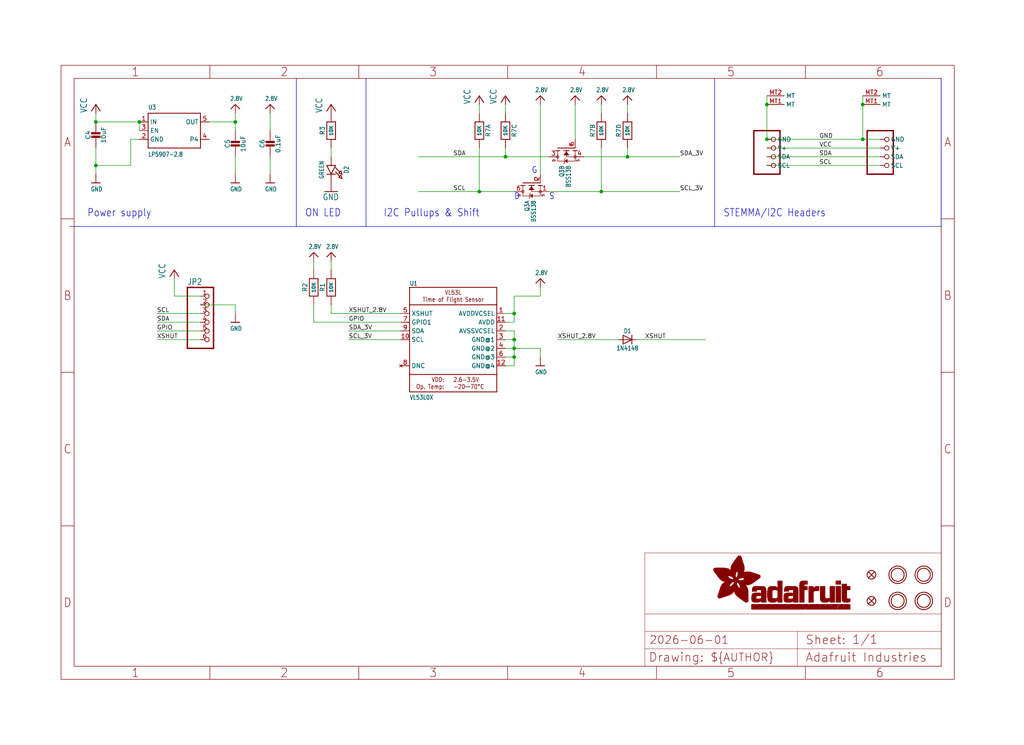
<source format=kicad_sch>
(kicad_sch (version 20230121) (generator eeschema)
  (paper "User" 298.45 217.322)
  (lib_symbols
    (symbol "working-eagle-import:2.8V" (power)
      (property "Value" "2.8V" (at -1.524 1.016 0))
      (symbol "2.8V_1_0"
        (pin power_in line (at 0 -2.54 90) (length 2.54) (name "2.8V") (number "1"))
      )
    )
    (symbol "working-eagle-import:CAP_CERAMIC0603_NO"
      (property "Reference" "C" (at -2.29 1.25 90))
      (symbol "CAP_CERAMIC0603_NO_1_0"
        (pin passive line (at 0 5.08 270) (length 2.54) (name "1") (number "1"))
        (pin passive line (at 0 -2.54 90) (length 2.54) (name "2") (number "2"))
      )
    )
    (symbol "working-eagle-import:CAP_CERAMIC0805-NOOUTLINE"
      (property "Reference" "C" (at -2.29 1.25 90))
      (symbol "CAP_CERAMIC0805-NOOUTLINE_1_0"
        (pin passive line (at 0 5.08 270) (length 2.54) (name "1") (number "1"))
        (pin passive line (at 0 -2.54 90) (length 2.54) (name "2") (number "2"))
      )
    )
    (symbol "working-eagle-import:DIODESOD-323"
      (property "Reference" "D" (at 0 2.54 0))
      (symbol "DIODESOD-323_1_0"
        (pin passive line (at -2.54 0 0) (length 2.54) (name "A") (number "A"))
        (pin passive line (at 2.54 0 180) (length 2.54) (name "C") (number "C"))
      )
    )
    (symbol "working-eagle-import:FIDUCIAL_1MM")
    (symbol "working-eagle-import:FRAME_A4_ADAFRUIT"
      (symbol "FRAME_A4_ADAFRUIT_1_0"
        (text "${#}/${##}" (at 230.505 10.16 0) (effects (font (size 2.54 2.54)) (justify left bottom)))
        (text "${AUTHOR}" (at 189.23 5.08 0) (effects (font (size 2.286 2.286)) (justify left bottom)))
        (text "${CURRENT_DATE}" (at 171.45 10.16 0) (effects (font (size 2.286 2.286)) (justify left bottom)))
        (text "${PROJECTNAME}" (at 171.45 15.24 0) (effects (font (size 2.54 2.54)) (justify left bottom)))
        (text "1" (at 21.6958 1.905 0) (effects (font (size 2.54 2.286))))
        (text "1" (at 21.6958 177.165 0) (effects (font (size 2.54 2.286))))
        (text "2" (at 65.0875 1.905 0) (effects (font (size 2.54 2.286))))
        (text "2" (at 65.0875 177.165 0) (effects (font (size 2.54 2.286))))
        (text "3" (at 108.4792 1.905 0) (effects (font (size 2.54 2.286))))
        (text "3" (at 108.4792 177.165 0) (effects (font (size 2.54 2.286))))
        (text "4" (at 151.8708 1.905 0) (effects (font (size 2.54 2.286))))
        (text "4" (at 151.8708 177.165 0) (effects (font (size 2.54 2.286))))
        (text "5" (at 195.2625 1.905 0) (effects (font (size 2.54 2.286))))
        (text "5" (at 195.2625 177.165 0) (effects (font (size 2.54 2.286))))
        (text "6" (at 238.6542 1.905 0) (effects (font (size 2.54 2.286))))
        (text "6" (at 238.6542 177.165 0) (effects (font (size 2.54 2.286))))
        (text "A" (at 1.905 156.6863 0) (effects (font (size 2.54 2.286))))
        (text "A" (at 258.445 156.6863 0) (effects (font (size 2.54 2.286))))
        (text "Adafruit Industries" (at 216.916 4.953 0) (effects (font (size 2.54 2.54)) (justify left bottom)))
        (text "B" (at 1.905 111.9188 0) (effects (font (size 2.54 2.286))))
        (text "B" (at 258.445 111.9188 0) (effects (font (size 2.54 2.286))))
        (text "C" (at 1.905 67.1513 0) (effects (font (size 2.54 2.286))))
        (text "C" (at 258.445 67.1513 0) (effects (font (size 2.54 2.286))))
        (text "D" (at 1.905 22.3838 0) (effects (font (size 2.54 2.286))))
        (text "D" (at 258.445 22.3838 0) (effects (font (size 2.54 2.286))))
        (text "Drawing:" (at 171.196 4.953 0) (effects (font (size 2.54 2.54)) (justify left bottom)))
        (text "Sheet:" (at 216.916 10.033 0) (effects (font (size 2.54 2.54)) (justify left bottom)))
      )
    )
    (symbol "working-eagle-import:GND" (power)
      (property "Value" "GND" (at -1.524 -2.54 0))
      (symbol "GND_1_0"
        (pin power_in line (at 0 2.54 270) (length 2.54) (name "GND") (number "1"))
      )
    )
    (symbol "working-eagle-import:HEADER-1X670MIL"
      (property "Reference" "JP" (at -6.35 10.795 0))
      (symbol "HEADER-1X670MIL_1_0"
        (pin passive inverted (at -2.54 7.62 0) (length 2.54) (name "1") (number "1"))
        (pin passive inverted (at -2.54 5.08 0) (length 2.54) (name "2") (number "2"))
        (pin passive inverted (at -2.54 2.54 0) (length 2.54) (name "3") (number "3"))
        (pin passive inverted (at -2.54 0 0) (length 2.54) (name "4") (number "4"))
        (pin passive inverted (at -2.54 -2.54 0) (length 2.54) (name "5") (number "5"))
        (pin passive inverted (at -2.54 -5.08 0) (length 2.54) (name "6") (number "6"))
      )
    )
    (symbol "working-eagle-import:LED0603_NOOUTLINE"
      (property "Reference" "D" (at -1.27 4.445 0))
      (symbol "LED0603_NOOUTLINE_1_0"
        (pin passive line (at -5.08 0 0) (length 2.54) (name "A") (number "A"))
        (pin passive line (at 2.54 0 180) (length 2.54) (name "C") (number "C"))
      )
    )
    (symbol "working-eagle-import:MOSFET-N_DUAL"
      (property "Reference" "Q" (at 5.08 0.635 0))
      (symbol "MOSFET-N_DUAL_1_0"
        (text "D" (at 3.175 3.175 0) (effects (font (size 0.8128 0.6908)) (justify left bottom)))
        (text "G" (at -1.27 -1.905 0) (effects (font (size 0.8128 0.6908)) (justify left bottom)))
        (text "S" (at 3.175 -3.81 0) (effects (font (size 0.8128 0.6908)) (justify left bottom)))
        (pin bidirectional line (at 2.54 -5.08 90) (length 2.54) (name "S") (number "1"))
        (pin bidirectional line (at -2.54 -2.54 0) (length 2.54) (name "G") (number "2"))
        (pin bidirectional line (at 2.54 5.08 270) (length 2.54) (name "D") (number "6"))
      )
      (symbol "MOSFET-N_DUAL_2_0"
        (text "D" (at 3.175 3.175 0) (effects (font (size 0.8128 0.6908)) (justify left bottom)))
        (text "G" (at -1.27 -1.905 0) (effects (font (size 0.8128 0.6908)) (justify left bottom)))
        (text "S" (at 3.175 -3.81 0) (effects (font (size 0.8128 0.6908)) (justify left bottom)))
        (pin bidirectional line (at 2.54 5.08 270) (length 2.54) (name "D") (number "3"))
        (pin bidirectional line (at 2.54 -5.08 90) (length 2.54) (name "S") (number "4"))
        (pin bidirectional line (at -2.54 -2.54 0) (length 2.54) (name "G") (number "5"))
      )
    )
    (symbol "working-eagle-import:MOUNTINGHOLE2.5")
    (symbol "working-eagle-import:RESISTOR_0603_NOOUT"
      (property "Reference" "R" (at 0 2.54 0))
      (symbol "RESISTOR_0603_NOOUT_1_0"
        (pin passive line (at -5.08 0 0) (length 2.54) (name "1") (number "1"))
        (pin passive line (at 5.08 0 180) (length 2.54) (name "2") (number "2"))
      )
    )
    (symbol "working-eagle-import:RESISTOR_4PACK"
      (property "Reference" "R" (at 0 2.54 0))
      (symbol "RESISTOR_4PACK_1_0"
        (pin passive line (at -5.08 0 0) (length 2.54) (name "1") (number "1"))
        (pin passive line (at 5.08 0 180) (length 2.54) (name "2") (number "8"))
      )
      (symbol "RESISTOR_4PACK_2_0"
        (pin passive line (at -5.08 0 0) (length 2.54) (name "1") (number "2"))
        (pin passive line (at 5.08 0 180) (length 2.54) (name "2") (number "7"))
      )
      (symbol "RESISTOR_4PACK_3_0"
        (pin passive line (at -5.08 0 0) (length 2.54) (name "1") (number "3"))
        (pin passive line (at 5.08 0 180) (length 2.54) (name "2") (number "6"))
      )
      (symbol "RESISTOR_4PACK_4_0"
        (pin passive line (at -5.08 0 0) (length 2.54) (name "1") (number "4"))
        (pin passive line (at 5.08 0 180) (length 2.54) (name "2") (number "5"))
      )
    )
    (symbol "working-eagle-import:STEMMA_I2C_QT"
      (symbol "STEMMA_I2C_QT_1_0"
        (pin passive inverted (at 0 5.08 0) (length 2.54) (name "GND") (number "1"))
        (pin passive inverted (at 0 2.54 0) (length 2.54) (name "V+") (number "2"))
        (pin passive inverted (at 0 0 0) (length 2.54) (name "SDA") (number "3"))
        (pin passive inverted (at 0 -2.54 0) (length 2.54) (name "SCL") (number "4"))
      )
      (symbol "STEMMA_I2C_QT_2_0"
        (pin bidirectional line (at 0 0 0) (length 5.08) (name "MT") (number "MT1"))
      )
      (symbol "STEMMA_I2C_QT_3_0"
        (pin bidirectional line (at 0 0 0) (length 5.08) (name "MT") (number "MT2"))
      )
    )
    (symbol "working-eagle-import:VCC" (power)
      (property "Value" "VCC" (at -2.54 -2.54 90))
      (symbol "VCC_1_0"
        (pin power_in line (at 0 -2.54 90) (length 2.54) (name "VCC") (number "1"))
      )
    )
    (symbol "working-eagle-import:VL53L0X"
      (property "Reference" "U" (at -12.7 15.7226 0))
      (symbol "VL53L0X_1_0"
        (text "2.6-3.5V\n-20~~70°C" (at 0 -12.7 0) (effects (font (size 1.27 1.0795)) (justify left)))
        (text "VDD:\nOp. Temp:" (at -2.54 -12.7 0) (effects (font (size 1.27 1.0795)) (justify right)))
        (text "VL53L\nTime of Flight Sensor" (at 0 12.7 0) (effects (font (size 1.27 1.0795))))
        (pin power_in line (at 15.24 7.62 180) (length 2.54) (name "AVDDVCSEL") (number "1"))
        (pin open_collector line (at -15.24 0 0) (length 2.54) (name "SCL") (number "10"))
        (pin power_in line (at 15.24 5.08 180) (length 2.54) (name "AVDD") (number "11"))
        (pin power_in line (at 15.24 -7.62 180) (length 2.54) (name "GND@4") (number "12"))
        (pin power_in line (at 15.24 2.54 180) (length 2.54) (name "AVSSVCSEL") (number "2"))
        (pin power_in line (at 15.24 0 180) (length 2.54) (name "GND@1") (number "3"))
        (pin power_in line (at 15.24 -2.54 180) (length 2.54) (name "GND@2") (number "4"))
        (pin input line (at -15.24 7.62 0) (length 2.54) (name "XSHUT") (number "5"))
        (pin power_in line (at 15.24 -5.08 180) (length 2.54) (name "GND@3") (number "6"))
        (pin output line (at -15.24 5.08 0) (length 2.54) (name "GPIO1") (number "7"))
        (pin no_connect line (at -15.24 -7.62 0) (length 2.54) (name "DNC") (number "8"))
        (pin open_collector line (at -15.24 2.54 0) (length 2.54) (name "SDA") (number "9"))
      )
    )
    (symbol "working-eagle-import:VREG_SOT23-5"
      (property "Reference" "U" (at -7.62 6.096 0))
      (symbol "VREG_SOT23-5_1_0"
        (pin power_in line (at -10.16 2.54 0) (length 2.54) (name "IN") (number "1"))
        (pin power_in line (at -10.16 -2.54 0) (length 2.54) (name "GND") (number "2"))
        (pin input line (at -10.16 0 0) (length 2.54) (name "EN") (number "3"))
        (pin bidirectional line (at 10.16 -2.54 180) (length 2.54) (name "P4") (number "4"))
        (pin power_in line (at 10.16 2.54 180) (length 2.54) (name "OUT") (number "5"))
      )
    )
    (symbol "working-eagle-import:supply1_GND" (power)
      (property "Value" "supply1_GND" (at -2.54 -2.54 0))
      (symbol "supply1_GND_1_0"
        (pin power_in line (at 0 2.54 270) (length 2.54) (name "GND") (number "1"))
      )
    )
  )
  (junction (at 27.94 35.56))
  (junction (at 40.64 35.56))
  (junction (at 175.26 55.88))
  (junction (at 68.58 35.56))
  (junction (at 251.46 30.48))
  (junction (at 223.52 40.64))
  (junction (at 182.88 45.72))
  (junction (at 27.94 48.26))
  (junction (at 149.86 99.06))
  (junction (at 149.86 104.14))
  (junction (at 139.7 55.88))
  (junction (at 149.86 101.6))
  (junction (at 251.46 40.64))
  (junction (at 147.32 45.72))
  (junction (at 149.86 91.44))
  (junction (at 223.52 30.48))
  (polyline (pts (xy 86.36 66.04) (xy 106.68 66.04)) (stroke (width 0.1524) (type solid)))
  (wire (pts (xy 27.94 33.02) (xy 27.94 35.56)) (stroke (width 0.1524)))
  (wire (pts (xy 40.64 38.1) (xy 40.64 35.56)) (stroke (width 0.1524)))
  (wire (pts (xy 170.18 45.72) (xy 182.88 45.72)) (stroke (width 0.1524)))
  (wire (pts (xy 68.58 45.72) (xy 68.58 50.8)) (stroke (width 0.1524)))
  (wire (pts (xy 157.48 50.8) (xy 157.48 30.48)) (stroke (width 0.1524)))
  (polyline (pts (xy 86.36 22.86) (xy 86.36 66.04)) (stroke (width 0.1524) (type solid)))
  (wire (pts (xy 50.8 86.36) (xy 50.8 81.28)) (stroke (width 0.1524)))
  (wire (pts (xy 256.54 45.72) (xy 223.52 45.72)) (stroke (width 0.1524)))
  (wire (pts (xy 68.58 88.9) (xy 68.58 91.44)) (stroke (width 0.1524)))
  (wire (pts (xy 58.42 88.9) (xy 68.58 88.9)) (stroke (width 0.1524)))
  (wire (pts (xy 147.32 99.06) (xy 149.86 99.06)) (stroke (width 0.1524)))
  (wire (pts (xy 116.84 96.52) (xy 101.6 96.52)) (stroke (width 0.1524)))
  (wire (pts (xy 96.52 45.72) (xy 96.52 43.18)) (stroke (width 0.1524)))
  (wire (pts (xy 91.44 78.74) (xy 91.44 76.2)) (stroke (width 0.1524)))
  (wire (pts (xy 149.86 106.68) (xy 149.86 104.14)) (stroke (width 0.1524)))
  (wire (pts (xy 58.42 91.44) (xy 45.72 91.44)) (stroke (width 0.1524)))
  (wire (pts (xy 147.32 104.14) (xy 149.86 104.14)) (stroke (width 0.1524)))
  (polyline (pts (xy 274.32 22.86) (xy 274.32 66.04)) (stroke (width 0.1524) (type solid)))
  (wire (pts (xy 182.88 33.02) (xy 182.88 30.48)) (stroke (width 0.1524)))
  (wire (pts (xy 157.48 101.6) (xy 157.48 104.14)) (stroke (width 0.1524)))
  (wire (pts (xy 58.42 96.52) (xy 45.72 96.52)) (stroke (width 0.1524)))
  (wire (pts (xy 147.32 106.68) (xy 149.86 106.68)) (stroke (width 0.1524)))
  (wire (pts (xy 139.7 43.18) (xy 139.7 55.88)) (stroke (width 0.1524)))
  (wire (pts (xy 91.44 93.98) (xy 91.44 88.9)) (stroke (width 0.1524)))
  (wire (pts (xy 147.32 91.44) (xy 149.86 91.44)) (stroke (width 0.1524)))
  (wire (pts (xy 96.52 91.44) (xy 96.52 88.9)) (stroke (width 0.1524)))
  (polyline (pts (xy 20.32 66.04) (xy 86.36 66.04)) (stroke (width 0.1524) (type solid)))
  (wire (pts (xy 149.86 104.14) (xy 149.86 101.6)) (stroke (width 0.1524)))
  (wire (pts (xy 147.32 33.02) (xy 147.32 30.48)) (stroke (width 0.1524)))
  (wire (pts (xy 175.26 33.02) (xy 175.26 30.48)) (stroke (width 0.1524)))
  (wire (pts (xy 180.34 99.06) (xy 162.56 99.06)) (stroke (width 0.1524)))
  (wire (pts (xy 223.52 48.26) (xy 256.54 48.26)) (stroke (width 0.1524)))
  (wire (pts (xy 68.58 35.56) (xy 68.58 38.1)) (stroke (width 0.1524)))
  (wire (pts (xy 78.74 45.72) (xy 78.74 50.8)) (stroke (width 0.1524)))
  (polyline (pts (xy 208.28 66.04) (xy 274.32 66.04)) (stroke (width 0.1524) (type solid)))
  (wire (pts (xy 182.88 45.72) (xy 198.12 45.72)) (stroke (width 0.1524)))
  (wire (pts (xy 139.7 55.88) (xy 121.92 55.88)) (stroke (width 0.1524)))
  (wire (pts (xy 251.46 27.94) (xy 251.46 30.48)) (stroke (width 0.1524)))
  (polyline (pts (xy 106.68 66.04) (xy 208.28 66.04)) (stroke (width 0.1524) (type solid)))
  (wire (pts (xy 58.42 86.36) (xy 50.8 86.36)) (stroke (width 0.1524)))
  (wire (pts (xy 116.84 99.06) (xy 101.6 99.06)) (stroke (width 0.1524)))
  (wire (pts (xy 58.42 99.06) (xy 45.72 99.06)) (stroke (width 0.1524)))
  (wire (pts (xy 175.26 43.18) (xy 175.26 55.88)) (stroke (width 0.1524)))
  (wire (pts (xy 149.86 91.44) (xy 149.86 86.36)) (stroke (width 0.1524)))
  (wire (pts (xy 147.32 45.72) (xy 121.92 45.72)) (stroke (width 0.1524)))
  (wire (pts (xy 139.7 30.48) (xy 139.7 33.02)) (stroke (width 0.1524)))
  (wire (pts (xy 251.46 40.64) (xy 223.52 40.64)) (stroke (width 0.1524)))
  (wire (pts (xy 256.54 40.64) (xy 251.46 40.64)) (stroke (width 0.1524)))
  (wire (pts (xy 149.86 93.98) (xy 149.86 91.44)) (stroke (width 0.1524)))
  (wire (pts (xy 147.32 93.98) (xy 149.86 93.98)) (stroke (width 0.1524)))
  (wire (pts (xy 182.88 43.18) (xy 182.88 45.72)) (stroke (width 0.1524)))
  (wire (pts (xy 149.86 99.06) (xy 149.86 101.6)) (stroke (width 0.1524)))
  (wire (pts (xy 68.58 35.56) (xy 68.58 33.02)) (stroke (width 0.1524)))
  (wire (pts (xy 205.74 99.06) (xy 185.42 99.06)) (stroke (width 0.1524)))
  (wire (pts (xy 175.26 55.88) (xy 198.12 55.88)) (stroke (width 0.1524)))
  (wire (pts (xy 96.52 78.74) (xy 96.52 76.2)) (stroke (width 0.1524)))
  (wire (pts (xy 149.86 86.36) (xy 157.48 86.36)) (stroke (width 0.1524)))
  (wire (pts (xy 38.1 40.64) (xy 38.1 48.26)) (stroke (width 0.1524)))
  (wire (pts (xy 58.42 93.98) (xy 45.72 93.98)) (stroke (width 0.1524)))
  (wire (pts (xy 40.64 35.56) (xy 27.94 35.56)) (stroke (width 0.1524)))
  (wire (pts (xy 223.52 30.48) (xy 223.52 40.64)) (stroke (width 0.1524)))
  (wire (pts (xy 147.32 101.6) (xy 149.86 101.6)) (stroke (width 0.1524)))
  (polyline (pts (xy 208.28 22.86) (xy 208.28 66.04)) (stroke (width 0.1524) (type solid)))
  (wire (pts (xy 223.52 27.94) (xy 223.52 30.48)) (stroke (width 0.1524)))
  (wire (pts (xy 149.86 96.52) (xy 149.86 99.06)) (stroke (width 0.1524)))
  (wire (pts (xy 78.74 33.02) (xy 78.74 38.1)) (stroke (width 0.1524)))
  (wire (pts (xy 27.94 48.26) (xy 27.94 50.8)) (stroke (width 0.1524)))
  (wire (pts (xy 40.64 40.64) (xy 38.1 40.64)) (stroke (width 0.1524)))
  (wire (pts (xy 147.32 43.18) (xy 147.32 45.72)) (stroke (width 0.1524)))
  (wire (pts (xy 116.84 93.98) (xy 91.44 93.98)) (stroke (width 0.1524)))
  (wire (pts (xy 116.84 91.44) (xy 96.52 91.44)) (stroke (width 0.1524)))
  (wire (pts (xy 149.86 55.88) (xy 139.7 55.88)) (stroke (width 0.1524)))
  (wire (pts (xy 147.32 96.52) (xy 149.86 96.52)) (stroke (width 0.1524)))
  (wire (pts (xy 60.96 35.56) (xy 68.58 35.56)) (stroke (width 0.1524)))
  (wire (pts (xy 167.64 40.64) (xy 167.64 30.48)) (stroke (width 0.1524)))
  (wire (pts (xy 160.02 45.72) (xy 147.32 45.72)) (stroke (width 0.1524)))
  (wire (pts (xy 38.1 48.26) (xy 27.94 48.26)) (stroke (width 0.1524)))
  (wire (pts (xy 27.94 48.26) (xy 27.94 43.18)) (stroke (width 0.1524)))
  (wire (pts (xy 251.46 30.48) (xy 251.46 40.64)) (stroke (width 0.1524)))
  (wire (pts (xy 223.52 43.18) (xy 256.54 43.18)) (stroke (width 0.1524)))
  (wire (pts (xy 149.86 101.6) (xy 157.48 101.6)) (stroke (width 0.1524)))
  (polyline (pts (xy 106.68 22.86) (xy 106.68 66.04)) (stroke (width 0.1524) (type solid)))
  (wire (pts (xy 157.48 86.36) (xy 157.48 83.82)) (stroke (width 0.1524)))
  (wire (pts (xy 160.02 55.88) (xy 175.26 55.88)) (stroke (width 0.1524)))
  (text "STEMMA/I2C Headers" (at 210.82 63.5 0) (effects (font (size 2.1844 1.8567)) (justify left bottom)))
  (text "G" (at 154.94 50.8 0) (effects (font (size 1.778 1.5113)) (justify left bottom)))
  (text "ON LED" (at 88.9 63.5 0) (effects (font (size 2.1844 1.8567)) (justify left bottom)))
  (text "Power supply" (at 25.4 63.5 0) (effects (font (size 2.1844 1.8567)) (justify left bottom)))
  (text "I2C Pullups & Shift" (at 111.76 63.5 0) (effects (font (size 2.1844 1.8567)) (justify left bottom)))
  (text "D" (at 149.86 58.42 0) (effects (font (size 1.778 1.5113)) (justify left bottom)))
  (text "S" (at 160.02 58.42 0) (effects (font (size 1.778 1.5113)) (justify left bottom)))
  (label "SCL" (at 132.08 55.88 0) (effects (font (size 1.2446 1.2446))))
  (label "SCL_3V" (at 198.12 55.88 0) (effects (font (size 1.2446 1.2446))))
  (label "VCC" (at 238.76 43.18 0) (effects (font (size 1.2446 1.2446))))
  (label "XSHUT" (at 187.96 99.06 0) (effects (font (size 1.2446 1.2446))))
  (label "GPIO" (at 45.72 96.52 0) (effects (font (size 1.2446 1.2446))))
  (label "SDA" (at 132.08 45.72 0) (effects (font (size 1.2446 1.2446))))
  (label "XSHUT_2.8V" (at 162.56 99.06 0) (effects (font (size 1.2446 1.2446))))
  (label "SCL_3V" (at 101.6 99.06 0) (effects (font (size 1.2446 1.2446))))
  (label "GND" (at 238.76 40.64 0) (effects (font (size 1.2446 1.2446))))
  (label "SDA_3V" (at 198.12 45.72 0) (effects (font (size 1.2446 1.2446))))
  (label "XSHUT" (at 45.72 99.06 0) (effects (font (size 1.2446 1.2446))))
  (label "SDA_3V" (at 101.6 96.52 0) (effects (font (size 1.2446 1.2446))))
  (label "SCL" (at 238.76 48.26 0) (effects (font (size 1.2446 1.2446))))
  (label "SCL" (at 45.72 91.44 0) (effects (font (size 1.2446 1.2446))))
  (label "GPIO" (at 101.6 93.98 0) (effects (font (size 1.2446 1.2446))))
  (label "SDA" (at 238.76 45.72 0) (effects (font (size 1.2446 1.2446))))
  (label "SDA" (at 45.72 93.98 0) (effects (font (size 1.2446 1.2446))))
  (label "XSHUT_2.8V" (at 101.6 91.44 0) (effects (font (size 1.2446 1.2446))))
  (symbol (lib_id "working-eagle-import:STEMMA_I2C_QT") (at 223.52 27.94 0) (unit 3)
    (property "Reference" "CONN3" (effects hide))
    (property "Value" "STEMMA_I2C_QT" (effects hide))
    (property "Footprint" "working:JST_SH4" (effects hide))
  )
  (symbol (lib_id "working-eagle-import:MOSFET-N_DUAL") (at 165.1 43.18 90) (mirror x) (unit 2)
    (property "Reference" "Q3" (at 164.465 48.26 0) (effects (font (size 1.27 1.0795)) (justify left bottom)))
    (property "Value" "BSS138" (at 166.37 48.26 0) (effects (font (size 1.27 1.0795)) (justify left bottom)))
    (property "Footprint" "working:SOT363" (effects hide))
  )
  (symbol (lib_id "working-eagle-import:2.8V") (at 157.48 27.94 0) (unit 1)
    (property "Reference" "#U$24" (effects hide))
    (property "Value" "2.8V" (at 155.956 26.924 0) (effects (font (size 1.27 1.0795)) (justify left bottom)))
  )
  (symbol (lib_id "working-eagle-import:MOSFET-N_DUAL") (at 154.94 53.34 90) (mirror x) (unit 1)
    (property "Reference" "Q3" (at 154.305 58.42 0) (effects (font (size 1.27 1.0795)) (justify left bottom)))
    (property "Value" "BSS138" (at 156.21 58.42 0) (effects (font (size 1.27 1.0795)) (justify left bottom)))
    (property "Footprint" "working:SOT363" (effects hide))
  )
  (symbol (lib_id "working-eagle-import:2.8V") (at 78.74 30.48 0) (unit 1)
    (property "Reference" "#U$40" (effects hide))
    (property "Value" "2.8V" (at 77.216 29.464 0) (effects (font (size 1.27 1.0795)) (justify left bottom)))
  )
  (symbol (lib_id "working-eagle-import:GND") (at 68.58 93.98 0) (unit 1)
    (property "Reference" "#U$22" (effects hide))
    (property "Value" "GND" (at 67.056 96.52 0) (effects (font (size 1.27 1.0795)) (justify left bottom)))
  )
  (symbol (lib_id "working-eagle-import:2.8V") (at 157.48 81.28 0) (unit 1)
    (property "Reference" "#U$16" (effects hide))
    (property "Value" "2.8V" (at 155.956 80.264 0) (effects (font (size 1.27 1.0795)) (justify left bottom)))
  )
  (symbol (lib_id "working-eagle-import:VCC") (at 96.52 30.48 0) (unit 1)
    (property "Reference" "#P+5" (effects hide))
    (property "Value" "VCC" (at 93.98 33.02 90) (effects (font (size 1.778 1.5113)) (justify left bottom)))
  )
  (symbol (lib_id "working-eagle-import:RESISTOR_0603_NOOUT") (at 96.52 83.82 90) (unit 1)
    (property "Reference" "R1" (at 93.98 83.82 0))
    (property "Value" "10K" (at 96.52 83.82 0) (effects (font (size 1.016 1.016) bold)))
    (property "Footprint" "working:0603-NO" (effects hide))
  )
  (symbol (lib_id "working-eagle-import:VCC") (at 147.32 27.94 0) (unit 1)
    (property "Reference" "#P+2" (effects hide))
    (property "Value" "VCC" (at 144.78 30.48 90) (effects (font (size 1.778 1.5113)) (justify left bottom)))
  )
  (symbol (lib_id "working-eagle-import:supply1_GND") (at 96.52 55.88 0) (unit 1)
    (property "Reference" "#GND6" (effects hide))
    (property "Value" "GND" (at 93.98 58.42 0) (effects (font (size 1.778 1.5113)) (justify left bottom)))
  )
  (symbol (lib_id "working-eagle-import:2.8V") (at 91.44 73.66 0) (unit 1)
    (property "Reference" "#U$9" (effects hide))
    (property "Value" "2.8V" (at 89.916 72.644 0) (effects (font (size 1.27 1.0795)) (justify left bottom)))
  )
  (symbol (lib_id "working-eagle-import:RESISTOR_4PACK") (at 147.32 38.1 270) (unit 3)
    (property "Reference" "R7" (at 149.86 38.1 0))
    (property "Value" "10K" (at 147.32 38.1 0) (effects (font (size 1.016 1.016) bold)))
    (property "Footprint" "working:RESPACK_4X0603" (effects hide))
  )
  (symbol (lib_id "working-eagle-import:RESISTOR_0603_NOOUT") (at 96.52 38.1 90) (unit 1)
    (property "Reference" "R3" (at 93.98 38.1 0))
    (property "Value" "10K" (at 96.52 38.1 0) (effects (font (size 1.016 1.016) bold)))
    (property "Footprint" "working:0603-NO" (effects hide))
  )
  (symbol (lib_id "working-eagle-import:2.8V") (at 175.26 27.94 0) (unit 1)
    (property "Reference" "#U$26" (effects hide))
    (property "Value" "2.8V" (at 173.736 26.924 0) (effects (font (size 1.27 1.0795)) (justify left bottom)))
  )
  (symbol (lib_id "working-eagle-import:FIDUCIAL_1MM") (at 254 175.26 0) (unit 1)
    (property "Reference" "FID1" (effects hide))
    (property "Value" "FIDUCIAL_1MM" (effects hide))
    (property "Footprint" "working:FIDUCIAL_1MM" (effects hide))
  )
  (symbol (lib_id "working-eagle-import:RESISTOR_4PACK") (at 175.26 38.1 90) (mirror x) (unit 2)
    (property "Reference" "R7" (at 172.72 38.1 0))
    (property "Value" "10K" (at 175.26 38.1 0) (effects (font (size 1.016 1.016) bold)))
    (property "Footprint" "working:RESPACK_4X0603" (effects hide))
  )
  (symbol (lib_id "working-eagle-import:2.8V") (at 167.64 27.94 0) (unit 1)
    (property "Reference" "#U$25" (effects hide))
    (property "Value" "2.8V" (at 166.116 26.924 0) (effects (font (size 1.27 1.0795)) (justify left bottom)))
  )
  (symbol (lib_id "working-eagle-import:STEMMA_I2C_QT") (at 223.52 45.72 0) (unit 1)
    (property "Reference" "CONN3" (effects hide))
    (property "Value" "STEMMA_I2C_QT" (effects hide))
    (property "Footprint" "working:JST_SH4" (effects hide))
  )
  (symbol (lib_id "working-eagle-import:2.8V") (at 96.52 73.66 0) (unit 1)
    (property "Reference" "#U$10" (effects hide))
    (property "Value" "2.8V" (at 94.996 72.644 0) (effects (font (size 1.27 1.0795)) (justify left bottom)))
  )
  (symbol (lib_id "working-eagle-import:MOUNTINGHOLE2.5") (at 261.62 167.64 0) (unit 1)
    (property "Reference" "U$31" (effects hide))
    (property "Value" "MOUNTINGHOLE2.5" (effects hide))
    (property "Footprint" "working:MOUNTINGHOLE_2.5_PLATED" (effects hide))
  )
  (symbol (lib_id "working-eagle-import:RESISTOR_0603_NOOUT") (at 91.44 83.82 90) (unit 1)
    (property "Reference" "R2" (at 88.9 83.82 0))
    (property "Value" "10K" (at 91.44 83.82 0) (effects (font (size 1.016 1.016) bold)))
    (property "Footprint" "working:0603-NO" (effects hide))
  )
  (symbol (lib_id "working-eagle-import:STEMMA_I2C_QT") (at 251.46 27.94 0) (unit 3)
    (property "Reference" "CONN4" (effects hide))
    (property "Value" "STEMMA_I2C_QT" (effects hide))
    (property "Footprint" "working:JST_SH4" (effects hide))
  )
  (symbol (lib_id "working-eagle-import:GND") (at 157.48 106.68 0) (unit 1)
    (property "Reference" "#U$4" (effects hide))
    (property "Value" "GND" (at 155.956 109.22 0) (effects (font (size 1.27 1.0795)) (justify left bottom)))
  )
  (symbol (lib_id "working-eagle-import:FIDUCIAL_1MM") (at 254 167.64 0) (unit 1)
    (property "Reference" "FID4" (effects hide))
    (property "Value" "FIDUCIAL_1MM" (effects hide))
    (property "Footprint" "working:FIDUCIAL_1MM" (effects hide))
  )
  (symbol (lib_id "working-eagle-import:CAP_CERAMIC0805-NOOUTLINE") (at 68.58 43.18 0) (unit 1)
    (property "Reference" "C5" (at 66.29 41.93 90))
    (property "Value" "10uF" (at 70.88 41.93 90))
    (property "Footprint" "working:0805-NO" (effects hide))
  )
  (symbol (lib_id "working-eagle-import:GND") (at 27.94 53.34 0) (unit 1)
    (property "Reference" "#U$19" (effects hide))
    (property "Value" "GND" (at 26.416 55.88 0) (effects (font (size 1.27 1.0795)) (justify left bottom)))
  )
  (symbol (lib_id "working-eagle-import:STEMMA_I2C_QT") (at 223.52 30.48 0) (unit 2)
    (property "Reference" "CONN3" (effects hide))
    (property "Value" "STEMMA_I2C_QT" (effects hide))
    (property "Footprint" "working:JST_SH4" (effects hide))
  )
  (symbol (lib_id "working-eagle-import:STEMMA_I2C_QT") (at 256.54 45.72 0) (unit 1)
    (property "Reference" "CONN4" (effects hide))
    (property "Value" "STEMMA_I2C_QT" (effects hide))
    (property "Footprint" "working:JST_SH4" (effects hide))
  )
  (symbol (lib_id "working-eagle-import:FRAME_A4_ADAFRUIT") (at 17.78 198.12 0) (unit 1)
    (property "Reference" "#U$32" (effects hide))
    (property "Value" "FRAME_A4_ADAFRUIT" (effects hide))
  )
  (symbol (lib_id "working-eagle-import:RESISTOR_4PACK") (at 139.7 38.1 270) (unit 1)
    (property "Reference" "R7" (at 142.24 38.1 0))
    (property "Value" "10K" (at 139.7 38.1 0) (effects (font (size 1.016 1.016) bold)))
    (property "Footprint" "working:RESPACK_4X0603" (effects hide))
  )
  (symbol (lib_id "working-eagle-import:RESISTOR_4PACK") (at 182.88 38.1 90) (mirror x) (unit 4)
    (property "Reference" "R7" (at 180.34 38.1 0))
    (property "Value" "10K" (at 182.88 38.1 0) (effects (font (size 1.016 1.016) bold)))
    (property "Footprint" "working:RESPACK_4X0603" (effects hide))
  )
  (symbol (lib_id "working-eagle-import:2.8V") (at 68.58 30.48 0) (unit 1)
    (property "Reference" "#U$23" (effects hide))
    (property "Value" "2.8V" (at 67.056 29.464 0) (effects (font (size 1.27 1.0795)) (justify left bottom)))
  )
  (symbol (lib_id "working-eagle-import:GND") (at 78.74 53.34 0) (unit 1)
    (property "Reference" "#U$21" (effects hide))
    (property "Value" "GND" (at 77.216 55.88 0) (effects (font (size 1.27 1.0795)) (justify left bottom)))
  )
  (symbol (lib_id "working-eagle-import:2.8V") (at 182.88 27.94 0) (unit 1)
    (property "Reference" "#U$27" (effects hide))
    (property "Value" "2.8V" (at 181.356 26.924 0) (effects (font (size 1.27 1.0795)) (justify left bottom)))
  )
  (symbol (lib_id "working-eagle-import:STEMMA_I2C_QT") (at 251.46 30.48 0) (unit 2)
    (property "Reference" "CONN4" (effects hide))
    (property "Value" "STEMMA_I2C_QT" (effects hide))
    (property "Footprint" "working:JST_SH4" (effects hide))
  )
  (symbol (lib_id "working-eagle-import:CAP_CERAMIC0603_NO") (at 78.74 43.18 0) (unit 1)
    (property "Reference" "C6" (at 76.45 41.93 90))
    (property "Value" "0.1uF" (at 81.04 41.93 90))
    (property "Footprint" "working:0603-NO" (effects hide))
  )
  (symbol (lib_id "working-eagle-import:MOUNTINGHOLE2.5") (at 261.62 175.26 0) (unit 1)
    (property "Reference" "U$30" (effects hide))
    (property "Value" "MOUNTINGHOLE2.5" (effects hide))
    (property "Footprint" "working:MOUNTINGHOLE_2.5_PLATED" (effects hide))
  )
  (symbol (lib_id "working-eagle-import:VCC") (at 50.8 78.74 0) (unit 1)
    (property "Reference" "#P+4" (effects hide))
    (property "Value" "VCC" (at 48.26 81.28 90) (effects (font (size 1.778 1.5113)) (justify left bottom)))
  )
  (symbol (lib_id "working-eagle-import:VL53L0X") (at 132.08 99.06 0) (unit 1)
    (property "Reference" "U1" (at 119.38 83.3374 0) (effects (font (size 1.27 1.0795)) (justify left bottom)))
    (property "Value" "VL53L0X" (at 119.38 116.6114 0) (effects (font (size 1.27 1.0795)) (justify left bottom)))
    (property "Footprint" "working:LGA12_ST" (effects hide))
  )
  (symbol (lib_id "working-eagle-import:VREG_SOT23-5") (at 50.8 38.1 0) (unit 1)
    (property "Reference" "U3" (at 43.18 32.004 0) (effects (font (size 1.27 1.0795)) (justify left bottom)))
    (property "Value" "LP5907-2.8" (at 43.18 45.72 0) (effects (font (size 1.27 1.0795)) (justify left bottom)))
    (property "Footprint" "working:SOT23-5" (effects hide))
  )
  (symbol (lib_id "working-eagle-import:VCC") (at 27.94 30.48 0) (unit 1)
    (property "Reference" "#P+3" (effects hide))
    (property "Value" "VCC" (at 25.4 33.02 90) (effects (font (size 1.778 1.5113)) (justify left bottom)))
  )
  (symbol (lib_id "working-eagle-import:GND") (at 68.58 53.34 0) (unit 1)
    (property "Reference" "#U$20" (effects hide))
    (property "Value" "GND" (at 67.056 55.88 0) (effects (font (size 1.27 1.0795)) (justify left bottom)))
  )
  (symbol (lib_id "working-eagle-import:MOUNTINGHOLE2.5") (at 269.24 167.64 0) (unit 1)
    (property "Reference" "U$33" (effects hide))
    (property "Value" "MOUNTINGHOLE2.5" (effects hide))
    (property "Footprint" "working:MOUNTINGHOLE_2.5_PLATED" (effects hide))
  )
  (symbol (lib_id "working-eagle-import:HEADER-1X670MIL") (at 60.96 93.98 0) (unit 1)
    (property "Reference" "JP2" (at 54.61 83.185 0) (effects (font (size 1.778 1.5113)) (justify left bottom)))
    (property "Value" "HEADER-1X670MIL" (effects hide))
    (property "Footprint" "working:1X06_ROUND_70" (effects hide))
  )
  (symbol (lib_id "working-eagle-import:VCC") (at 139.7 27.94 0) (unit 1)
    (property "Reference" "#P+1" (effects hide))
    (property "Value" "VCC" (at 137.16 30.48 90) (effects (font (size 1.778 1.5113)) (justify left bottom)))
  )
  (symbol (lib_id "working-eagle-import:MOUNTINGHOLE2.5") (at 269.24 175.26 0) (unit 1)
    (property "Reference" "U$34" (effects hide))
    (property "Value" "MOUNTINGHOLE2.5" (effects hide))
    (property "Footprint" "working:MOUNTINGHOLE_2.5_PLATED" (effects hide))
  )
  (symbol (lib_id "working-eagle-import:LED0603_NOOUTLINE") (at 96.52 50.8 270) (unit 1)
    (property "Reference" "D2" (at 100.965 49.53 0) (effects (font (size 1.27 1.0795))))
    (property "Value" "GREEN" (at 93.726 49.53 0) (effects (font (size 1.27 1.0795))))
    (property "Footprint" "working:CHIPLED_0603_NOOUTLINE" (effects hide))
  )
  (symbol (lib_id "working-eagle-import:DIODESOD-323") (at 182.88 99.06 0) (unit 1)
    (property "Reference" "D1" (at 182.88 96.52 0) (effects (font (size 1.27 1.0795))))
    (property "Value" "1N4148" (at 182.88 101.56 0) (effects (font (size 1.27 1.0795))))
    (property "Footprint" "working:SOD-323" (effects hide))
  )
  (symbol (lib_id "working-eagle-import:CAP_CERAMIC0805-NOOUTLINE") (at 27.94 40.64 0) (unit 1)
    (property "Reference" "C4" (at 25.65 39.39 90))
    (property "Value" "10uF" (at 30.24 39.39 90))
    (property "Footprint" "working:0805-NO" (effects hide))
  )
)
</source>
